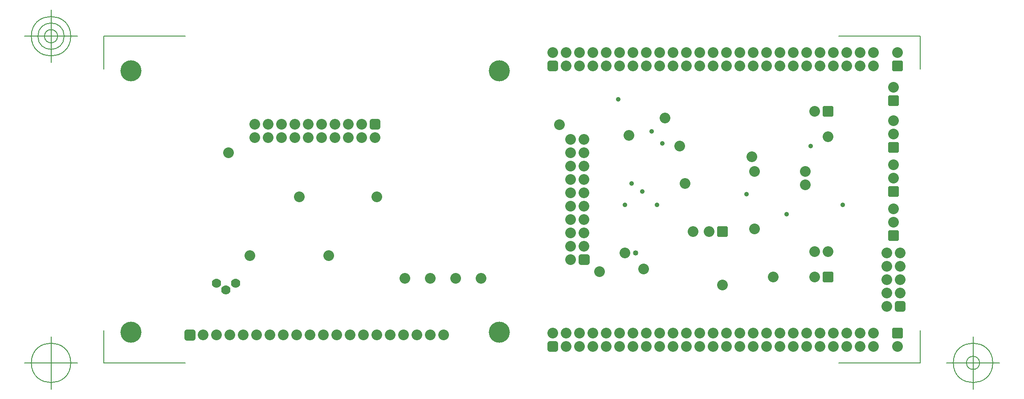
<source format=gbr>
G04 Generated by Ultiboard 13.0 *
%FSLAX24Y24*%
%MOIN*%

%ADD10C,0.0001*%
%ADD11C,0.0050*%
%ADD12C,0.1575*%
%ADD13C,0.0800*%
%ADD14R,0.0450X0.0450*%
%ADD15C,0.0350*%
%ADD16C,0.0700*%
%ADD17R,0.0408X0.0408*%
%ADD18C,0.0392*%
%ADD19R,0.0600X0.0600*%
%ADD20C,0.0200*%
%ADD21C,0.0400*%


G04 ColorRGB CCFFCC for the following layer *
%LNCopper Inner 1*%
%LPD*%
G54D10*
G54D11*
X-30140Y-18998D02*
X-30140Y-16553D01*
X-30140Y-18998D02*
X-24027Y-18998D01*
X30986Y-18998D02*
X24873Y-18998D01*
X30986Y-18998D02*
X30986Y-16553D01*
X30986Y5454D02*
X30986Y3009D01*
X30986Y5454D02*
X24873Y5454D01*
X-30140Y5454D02*
X-24027Y5454D01*
X-30140Y5454D02*
X-30140Y3009D01*
X-32109Y-18998D02*
X-36046Y-18998D01*
X-34077Y-20966D02*
X-34077Y-17029D01*
X-35553Y-18998D02*
G75*
D01*
G02X-35553Y-18998I1476J0*
G01*
X32954Y-18998D02*
X36891Y-18998D01*
X34923Y-20966D02*
X34923Y-17029D01*
X33446Y-18998D02*
G75*
D01*
G02X33446Y-18998I1477J0*
G01*
X34431Y-18998D02*
G75*
D01*
G02X34431Y-18998I492J0*
G01*
X-32109Y5454D02*
X-36046Y5454D01*
X-34077Y3486D02*
X-34077Y7423D01*
X-35553Y5454D02*
G75*
D01*
G02X-35553Y5454I1476J0*
G01*
X-35061Y5454D02*
G75*
D01*
G02X-35061Y5454I984J0*
G01*
X-34569Y5454D02*
G75*
D01*
G02X-34569Y5454I492J0*
G01*
G54D12*
X-28100Y-16700D03*
X-541Y-16700D03*
X-28100Y2867D03*
X-541Y2867D03*
G54D13*
X-19184Y-10981D03*
X-13284Y-10981D03*
X-15484Y-6581D03*
X-9684Y-6581D03*
X-20784Y-3281D03*
X-15691Y-16897D03*
X-14691Y-16897D03*
X-13691Y-16897D03*
X-12691Y-16897D03*
X-11691Y-16897D03*
X-10691Y-16897D03*
X-9691Y-16897D03*
X-8691Y-16897D03*
X-7691Y-16897D03*
X-6691Y-16897D03*
X-5691Y-16897D03*
X-4691Y-16897D03*
X-22691Y-16897D03*
X-16691Y-16897D03*
X-19691Y-16897D03*
X-21691Y-16897D03*
X-20691Y-16897D03*
X-17691Y-16897D03*
X-18691Y-16897D03*
X-7584Y-12681D03*
X-5684Y-12681D03*
X-3784Y-12681D03*
X-1884Y-12681D03*
X-15821Y-2138D03*
X-14821Y-2138D03*
X-13821Y-2138D03*
X-12821Y-2138D03*
X-11821Y-2138D03*
X-10821Y-2138D03*
X-9821Y-2138D03*
X-17821Y-2138D03*
X-12821Y-1138D03*
X-11821Y-1138D03*
X-10821Y-1138D03*
X-14821Y-1138D03*
X-13821Y-1138D03*
X-15821Y-1138D03*
X-17821Y-1138D03*
X-16821Y-1138D03*
X-18821Y-1138D03*
X-16821Y-2138D03*
X-18821Y-2138D03*
X3480Y-16767D03*
X4480Y-16767D03*
X4480Y-17767D03*
X5480Y-16767D03*
X5480Y-17767D03*
X6480Y-16767D03*
X6480Y-17767D03*
X7480Y-16767D03*
X7480Y-17767D03*
X12480Y-17767D03*
X12480Y-16767D03*
X9480Y-17767D03*
X8480Y-17767D03*
X10480Y-17767D03*
X11480Y-17767D03*
X9480Y-16767D03*
X8480Y-16767D03*
X11480Y-16767D03*
X10480Y-16767D03*
X25480Y-17767D03*
X25480Y-16767D03*
X19480Y-17767D03*
X19480Y-16767D03*
X18480Y-17767D03*
X15480Y-17767D03*
X13480Y-17767D03*
X14480Y-17767D03*
X17480Y-17767D03*
X16480Y-17767D03*
X14480Y-16767D03*
X13480Y-16767D03*
X15480Y-16767D03*
X17480Y-16767D03*
X16480Y-16767D03*
X18480Y-16767D03*
X21480Y-17767D03*
X20480Y-17767D03*
X23480Y-17767D03*
X22480Y-17767D03*
X24480Y-17767D03*
X22480Y-16767D03*
X20480Y-16767D03*
X21480Y-16767D03*
X23480Y-16767D03*
X24480Y-16767D03*
X26480Y-17767D03*
X27480Y-17767D03*
X26480Y-16767D03*
X27480Y-16767D03*
X29280Y-17767D03*
X5820Y-8267D03*
X5820Y-9267D03*
X5820Y-10267D03*
X5820Y-6267D03*
X5820Y-7267D03*
X5820Y-5267D03*
X4820Y-11267D03*
X4820Y-8267D03*
X4820Y-9267D03*
X4820Y-10267D03*
X4820Y-6267D03*
X4820Y-7267D03*
X4820Y-5267D03*
X5820Y-3267D03*
X5820Y-4267D03*
X5820Y-2267D03*
X4820Y-3267D03*
X4820Y-4267D03*
X4820Y-2267D03*
X12480Y3233D03*
X12480Y4233D03*
X6480Y3233D03*
X6480Y4233D03*
X4480Y3233D03*
X5480Y3233D03*
X3480Y4233D03*
X4480Y4233D03*
X5480Y4233D03*
X9480Y3233D03*
X7480Y3233D03*
X8480Y3233D03*
X10480Y3233D03*
X11480Y3233D03*
X9480Y4233D03*
X8480Y4233D03*
X7480Y4233D03*
X11480Y4233D03*
X10480Y4233D03*
X25480Y3233D03*
X25480Y4233D03*
X19480Y3233D03*
X19480Y4233D03*
X18480Y3233D03*
X15480Y3233D03*
X13480Y3233D03*
X14480Y3233D03*
X17480Y3233D03*
X16480Y3233D03*
X14480Y4233D03*
X13480Y4233D03*
X15480Y4233D03*
X17480Y4233D03*
X16480Y4233D03*
X18480Y4233D03*
X21480Y3233D03*
X20480Y3233D03*
X23480Y3233D03*
X22480Y3233D03*
X24480Y3233D03*
X22480Y4233D03*
X20480Y4233D03*
X21480Y4233D03*
X23480Y4233D03*
X24480Y4233D03*
X26480Y3233D03*
X27480Y3233D03*
X26480Y4233D03*
X27480Y4233D03*
X29280Y4233D03*
X28980Y1633D03*
X3980Y-1167D03*
X6980Y-12167D03*
X13980Y-9167D03*
X8880Y-10767D03*
X9180Y-1967D03*
X13380Y-5567D03*
X10280Y-11967D03*
X18380Y-3567D03*
X22380Y-4667D03*
X18580Y-4667D03*
X18580Y-8967D03*
X19980Y-12567D03*
X22380Y-5667D03*
X23080Y-10667D03*
X24080Y-10667D03*
X28480Y-12777D03*
X29480Y-12777D03*
X28480Y-14777D03*
X28480Y-13777D03*
X29480Y-13777D03*
X29480Y-10777D03*
X28480Y-10777D03*
X28480Y-11777D03*
X29480Y-11777D03*
X11880Y-667D03*
X12980Y-2767D03*
X15180Y-9167D03*
X16180Y-13167D03*
X23080Y-167D03*
X23080Y-12567D03*
X24080Y-2067D03*
X28980Y-1867D03*
X28980Y-867D03*
X28980Y-5167D03*
X28980Y-4167D03*
X28980Y-8467D03*
X28980Y-7467D03*
G54D14*
X-23691Y-16897D03*
G54D15*
X-23916Y-17122D02*
X-23466Y-17122D01*
X-23466Y-16672D01*
X-23916Y-16672D01*
X-23916Y-17122D01*D02*
X8380Y733D03*
X9380Y-5567D03*
X8880Y-7167D03*
X10180Y-6167D03*
X10880Y-1667D03*
X11680Y-2567D03*
X11280Y-7167D03*
X17980Y-6367D03*
X20980Y-7867D03*
X22780Y-2767D03*
X25180Y-7167D03*
G54D16*
X-21693Y-13025D03*
X-20984Y-13537D03*
X-20276Y-13025D03*
G54D17*
X-9821Y-1138D03*
X3480Y-17767D03*
X5820Y-11267D03*
X3480Y3233D03*
X29480Y-14777D03*
G54D18*
X-10025Y-1342D02*
X-9617Y-1342D01*
X-9617Y-934D01*
X-10025Y-934D01*
X-10025Y-1342D01*D02*
X3276Y-17971D02*
X3684Y-17971D01*
X3684Y-17563D01*
X3276Y-17563D01*
X3276Y-17971D01*D02*
X5616Y-11471D02*
X6024Y-11471D01*
X6024Y-11063D01*
X5616Y-11063D01*
X5616Y-11471D01*D02*
X3276Y3029D02*
X3684Y3029D01*
X3684Y3437D01*
X3276Y3437D01*
X3276Y3029D01*D02*
X29276Y-14981D02*
X29684Y-14981D01*
X29684Y-14573D01*
X29276Y-14573D01*
X29276Y-14981D01*D02*
G54D19*
X29280Y-16767D03*
X29280Y3233D03*
X28980Y633D03*
X16180Y-9167D03*
X24080Y-167D03*
X24080Y-12567D03*
X28980Y-2867D03*
X28980Y-6167D03*
X28980Y-9467D03*
G54D20*
X28980Y-17067D02*
X29580Y-17067D01*
X29580Y-16467D01*
X28980Y-16467D01*
X28980Y-17067D01*D02*
X28980Y2933D02*
X29580Y2933D01*
X29580Y3533D01*
X28980Y3533D01*
X28980Y2933D01*D02*
X28680Y333D02*
X29280Y333D01*
X29280Y933D01*
X28680Y933D01*
X28680Y333D01*D02*
X15880Y-9467D02*
X16480Y-9467D01*
X16480Y-8867D01*
X15880Y-8867D01*
X15880Y-9467D01*D02*
X23780Y-467D02*
X24380Y-467D01*
X24380Y133D01*
X23780Y133D01*
X23780Y-467D01*D02*
X23780Y-12867D02*
X24380Y-12867D01*
X24380Y-12267D01*
X23780Y-12267D01*
X23780Y-12867D01*D02*
X28680Y-3167D02*
X29280Y-3167D01*
X29280Y-2567D01*
X28680Y-2567D01*
X28680Y-3167D01*D02*
X28680Y-6467D02*
X29280Y-6467D01*
X29280Y-5867D01*
X28680Y-5867D01*
X28680Y-6467D01*D02*
X28680Y-9767D02*
X29280Y-9767D01*
X29280Y-9167D01*
X28680Y-9167D01*
X28680Y-9767D01*D02*
G54D21*
X9680Y-10767D03*

M02*

</source>
